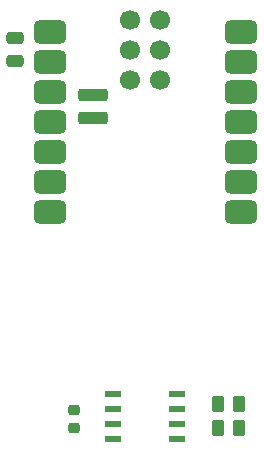
<source format=gbr>
%TF.GenerationSoftware,KiCad,Pcbnew,8.0.7*%
%TF.CreationDate,2024-12-28T18:39:16-05:00*%
%TF.ProjectId,nob,6e6f622e-6b69-4636-9164-5f7063625858,rev?*%
%TF.SameCoordinates,Original*%
%TF.FileFunction,Paste,Top*%
%TF.FilePolarity,Positive*%
%FSLAX46Y46*%
G04 Gerber Fmt 4.6, Leading zero omitted, Abs format (unit mm)*
G04 Created by KiCad (PCBNEW 8.0.7) date 2024-12-28 18:39:16*
%MOMM*%
%LPD*%
G01*
G04 APERTURE LIST*
G04 Aperture macros list*
%AMRoundRect*
0 Rectangle with rounded corners*
0 $1 Rounding radius*
0 $2 $3 $4 $5 $6 $7 $8 $9 X,Y pos of 4 corners*
0 Add a 4 corners polygon primitive as box body*
4,1,4,$2,$3,$4,$5,$6,$7,$8,$9,$2,$3,0*
0 Add four circle primitives for the rounded corners*
1,1,$1+$1,$2,$3*
1,1,$1+$1,$4,$5*
1,1,$1+$1,$6,$7*
1,1,$1+$1,$8,$9*
0 Add four rect primitives between the rounded corners*
20,1,$1+$1,$2,$3,$4,$5,0*
20,1,$1+$1,$4,$5,$6,$7,0*
20,1,$1+$1,$6,$7,$8,$9,0*
20,1,$1+$1,$8,$9,$2,$3,0*%
G04 Aperture macros list end*
%ADD10RoundRect,0.250000X0.262500X0.450000X-0.262500X0.450000X-0.262500X-0.450000X0.262500X-0.450000X0*%
%ADD11RoundRect,0.250000X0.475000X-0.250000X0.475000X0.250000X-0.475000X0.250000X-0.475000X-0.250000X0*%
%ADD12RoundRect,0.500000X-0.875000X-0.500000X0.875000X-0.500000X0.875000X0.500000X-0.875000X0.500000X0*%
%ADD13RoundRect,0.275000X0.975000X0.275000X-0.975000X0.275000X-0.975000X-0.275000X0.975000X-0.275000X0*%
%ADD14C,1.700000*%
%ADD15R,1.400000X0.600000*%
%ADD16RoundRect,0.225000X-0.250000X0.225000X-0.250000X-0.225000X0.250000X-0.225000X0.250000X0.225000X0*%
%ADD17RoundRect,0.250000X-0.262500X-0.450000X0.262500X-0.450000X0.262500X0.450000X-0.262500X0.450000X0*%
G04 APERTURE END LIST*
D10*
%TO.C,R1*%
X138000000Y-69000000D03*
X136175000Y-69000000D03*
%TD*%
D11*
%TO.C,R3*%
X119000000Y-39900000D03*
X119000000Y-38000000D03*
%TD*%
D12*
%TO.C,U1*%
X122000000Y-37500000D03*
X122000000Y-40040000D03*
X122000000Y-42580000D03*
X122000000Y-45120000D03*
X122000000Y-47660000D03*
X122000000Y-50200000D03*
X122000000Y-52740000D03*
X138165000Y-52740000D03*
X138165000Y-50200000D03*
X138165000Y-47660000D03*
X138165000Y-45120000D03*
X138165000Y-42580000D03*
X138165000Y-40040000D03*
X138165000Y-37500000D03*
D13*
X125610000Y-44738000D03*
X125610000Y-42833000D03*
D14*
X128785000Y-36488000D03*
X131325000Y-36488000D03*
X128785000Y-39028000D03*
X131325000Y-39028000D03*
X128785000Y-41568000D03*
X131325000Y-41568000D03*
%TD*%
D15*
%TO.C,U2*%
X127300000Y-68095000D03*
X127300000Y-69365000D03*
X127300000Y-70635000D03*
X127300000Y-71905000D03*
X132700000Y-71905000D03*
X132700000Y-70635000D03*
X132700000Y-69365000D03*
X132700000Y-68095000D03*
%TD*%
D16*
%TO.C,C1*%
X124000000Y-69450000D03*
X124000000Y-71000000D03*
%TD*%
D17*
%TO.C,R2*%
X136175000Y-71000000D03*
X138000000Y-71000000D03*
%TD*%
M02*

</source>
